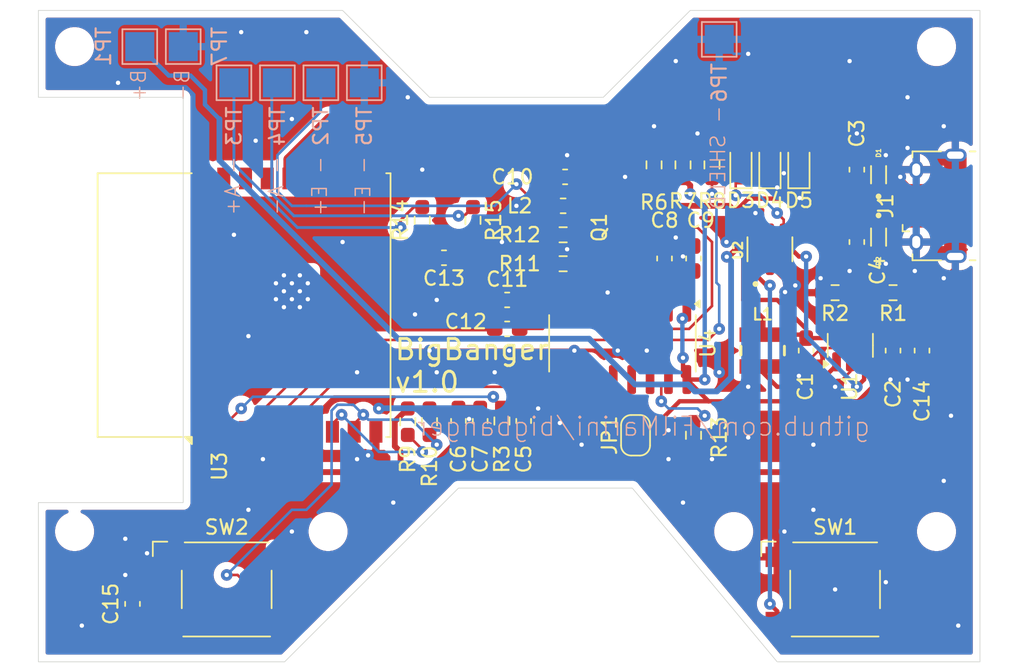
<source format=kicad_pcb>
(kicad_pcb (version 20240108) (generator "pcbnew") (generator_version "8.0")
  (layers (0 "F.Cu" signal) (31 "B.Cu" signal) (34 "B.Paste" user) (35 "F.Paste" user) (36 "B.SilkS" user "B.Silkscreen") (37 "F.SilkS" user "F.Silkscreen") (38 "B.Mask" user) (39 "F.Mask" user) (44 "Edge.Cuts" user))
  (net 0 "")
  (net 1 "GND")
  (net 2 "/BATT3V")
  (net 3 "/3V3")
  (net 4 "/D+")
  (net 5 "/D-")
  (net 6 "Net-(U3-EN)")
  (net 7 "Net-(U4-VBG)")
  (net 8 "/AVDD")
  (net 9 "/HXA+")
  (net 10 "/HXA-")
  (net 11 "Net-(D3-A)")
  (net 12 "/A3V3EN")
  (net 13 "Net-(D4-A)")
  (net 14 "Net-(D5-A)")
  (net 17 "Net-(JP1-A)")
  (net 18 "Net-(U1-SW)")
  (net 19 "Net-(U4-AVDD)")
  (net 20 "Net-(U4-BASE)")
  (net 21 "Net-(U1-V_{FB})")
  (net 22 "unconnected-(U3-IO21{slash}TXD-Pad12)")
  (net 23 "unconnected-(U3-IO20{slash}RXD-Pad11)")
  (net 24 "/GPIO4")
  (net 25 "/GPIO8")
  (net 26 "/GPIO9")
  (net 27 "Net-(U4-VFB)")
  (net 28 "/A+")
  (net 29 "/A-")
  (net 30 "/SWOUT")
  (net 31 "/GPIO3")
  (net 32 "/3V3EN")
  (net 37 "/HXSCLK")
  (net 39 "/HXSDATA")
  (footprint "Resistor_SMD:R_0603_1608Metric_Pad0.98x0.95mm_HandSolder" (layer "F.Cu") (at 109 69.5 180)
    (property "Reference" "R1")
    (property "Value" "976k")
  )
  (footprint "Capacitor_SMD:C_0603_1608Metric_Pad1.08x0.95mm_HandSolder" (layer "F.Cu") (at 103 73.5 -90)
    (property "Reference" "C1")
    (property "Value" "4u7")
  )
  (footprint "Resistor_SMD:R_0603_1608Metric_Pad0.98x0.95mm_HandSolder" (layer "F.Cu") (at 80 64.5 -90)
    (property "Reference" "R15")
    (property "Value" "100")
  )
  (footprint "RF_Module:ESP32-C3-WROOM-02" (layer "F.Cu") (at 67.3 70.36 90)
    (property "Reference" "U3")
    (property "Value" "ESP32-C3-WROOM-02")
  )
  (footprint "Resistor_SMD:R_0603_1608Metric_Pad0.98x0.95mm_HandSolder" (layer "F.Cu") (at 105 69.5 180)
    (property "Reference" "R2")
    (property "Value" "562k")
  )
  (footprint "mod:TVS_LESD5D5.0CT1G" (layer "F.Cu") (at 108 65.66 -90)
    (property "Reference" "D2")
    (property "Value" "LESD5D5.0CT1G")
  )
  (footprint "Capacitor_SMD:C_0603_1608Metric_Pad1.08x0.95mm_HandSolder" (layer "F.Cu") (at 78 67.0875 180)
    (property "Reference" "C13")
    (property "Value" "100n")
  )
  (footprint "Capacitor_SMD:C_0603_1608Metric_Pad1.08x0.95mm_HandSolder" (layer "F.Cu") (at 86.3625 61.5)
    (property "Reference" "C10")
    (property "Value" "100n")
  )
  (footprint "Capacitor_SMD:C_0603_1608Metric_Pad1.08x0.95mm_HandSolder" (layer "F.Cu") (at 111 73.5 90)
    (property "Reference" "C14")
    (property "Value" "100n")
  )
  (footprint "Capacitor_SMD:C_0603_1608Metric_Pad1.08x0.95mm_HandSolder" (layer "F.Cu") (at 82.3625 72)
    (property "Reference" "C12")
    (property "Value" "22p")
  )
  (footprint "mod:WE-TPC_2813" (layer "F.Cu") (at 100 73.5)
    (property "Reference" "L1")
    (property "Value" "WE-TPC_2813")
  )
  (footprint "Resistor_SMD:R_0603_1608Metric_Pad0.98x0.95mm_HandSolder" (layer "F.Cu") (at 75.5 78.4125 -90)
    (property "Reference" "R9")
    (property "Value" "10k")
  )
  (footprint "Resistor_SMD:R_0603_1608Metric_Pad0.98x0.95mm_HandSolder" (layer "F.Cu") (at 96.5 60.67 90)
    (property "Reference" "R8")
    (property "Value" "4k7")
  )
  (footprint "Inductor_SMD:L_0603_1608Metric_Pad1.05x0.95mm_HandSolder" (layer "F.Cu") (at 86.225 63.5)
    (property "Reference" "L2")
    (property "Value" "3u3")
  )
  (footprint "Resistor_SMD:R_0603_1608Metric_Pad0.98x0.95mm_HandSolder" (layer "F.Cu") (at 95.225 79.35 -90)
    (property "Reference" "R13")
    (property "Value" "10k")
  )
  (footprint "Capacitor_SMD:C_0603_1608Metric_Pad1.08x0.95mm_HandSolder" (layer "F.Cu") (at 82.3625 70)
    (property "Reference" "C11")
    (property "Value" "22p")
  )
  (footprint "Resistor_SMD:R_0603_1608Metric_Pad0.98x0.95mm_HandSolder" (layer "F.Cu") (at 92.5 60.67 90)
    (property "Reference" "R6")
    (property "Value" "4k7")
  )
  (footprint "MountingHole:MountingHole_2.2mm_M2" (layer "F.Cu") (at 52.5 86)
    (property "Reference" "H2" (hide yes))
    (property "Value" "MountingHole")
  )
  (footprint "Package_SO:SOP-16_3.9x9.9mm_P1.27mm" (layer "F.Cu") (at 90.32 73 -90)
    (property "Reference" "U4")
    (property "Value" "HX711")
  )
  (footprint "Capacitor_SMD:C_0603_1608Metric_Pad1.08x0.95mm_HandSolder" (layer "F.Cu") (at 79 78.3625 -90)
    (property "Reference" "C6")
    (property "Value" "100n")
  )
  (footprint "Resistor_SMD:R_0603_1608Metric_Pad0.98x0.95mm_HandSolder" (layer "F.Cu") (at 82 78.3625 90)
    (property "Reference" "R3")
    (property "Value" "10k")
  )
  (footprint "MountingHole:MountingHole_2.2mm_M2" (layer "F.Cu") (at 98 86)
    (property "Reference" "H5" (hide yes))
    (property "Value" "MountingHole")
  )
  (footprint "Connector_USB:USB_Micro-B_Amphenol_10118194-0001LF_Horizontal" (layer "F.Cu") (at 112 63.5 90)
    (property "Reference" "J1")
    (property "Value" "USB_B_Micro")
  )
  (footprint "Resistor_SMD:R_0603_1608Metric_Pad0.98x0.95mm_HandSolder" (layer "F.Cu") (at 76.5 64.5 -90)
    (property "Reference" "R14")
    (property "Value" "100")
  )
  (footprint "Button_Switch_SMD:SW_SPST_Omron_B3FS-101xP" (layer "F.Cu") (at 63 90)
    (property "Reference" "SW2")
    (property "Value" "SW_Omron_B3FS")
  )
  (footprint "LED_SMD:LED_0603_1608Metric_Pad1.05x0.95mm_HandSolder" (layer "F.Cu") (at 100.5 60.625 90)
    (property "Reference" "D4")
    (property "Value" "LED")
  )
  (footprint "Capacitor_SMD:C_0603_1608Metric_Pad1.08x0.95mm_HandSolder" (layer "F.Cu") (at 109 73.5 90)
    (property "Reference" "C2")
    (property "Value" "10u")
  )
  (footprint "Capacitor_SMD:C_0603_1608Metric_Pad1.08x0.95mm_HandSolder" (layer "F.Cu") (at 93.225 67.1375 90)
    (property "Reference" "C8")
    (property "Value" "100n")
  )
  (footprint "Capacitor_SMD:C_0603_1608Metric_Pad1.08x0.95mm_HandSolder" (layer "F.Cu") (at 106.5 66 -90)
    (property "Reference" "C4")
    (property "Value" "22p")
  )
  (footprint "Resistor_SMD:R_0603_1608Metric_Pad0.98x0.95mm_HandSolder" (layer "F.Cu") (at 94.5 60.67 90)
    (property "Reference" "R7")
    (property "Value" "4k7")
  )
  (footprint "Capacitor_SMD:C_0603_1608Metric_Pad1.08x0.95mm_HandSolder" (layer "F.Cu") (at 56.5 91 -90)
    (property "Reference" "C15")
    (property "Value" "100n")
  )
  (footprint "Capacitor_SMD:C_0603_1608Metric_Pad1.08x0.95mm_HandSolder" (layer "F.Cu") (at 106.5 61 90)
    (property "Reference" "C3")
    (property "Value" "22p")
  )
  (footprint "Resistor_SMD:R_0603_1608Metric_Pad0.98x0.95mm_HandSolder" (layer "F.Cu") (at 77 78.4125 -90)
    (property "Reference" "R10")
    (property "Value" "10k")
  )
  (footprint "MountingHole:MountingHole_2.2mm_M2" (layer "F.Cu") (at 70 86)
    (property "Reference" "H6" (hide yes))
    (property "Value" "MountingHole")
  )
  (footprint "Resistor_SMD:R_0603_1608Metric_Pad0.98x0.95mm_HandSolder" (layer "F.Cu") (at 86.225 65.5 180)
    (property "Reference" "R12")
    (property "Value" "20k")
  )
  (footprint "Capacitor_SMD:C_0603_1608Metric_Pad1.08x0.95mm_HandSolder" (layer "F.Cu") (at 80.5 78.3625 -90)
    (property "Reference" "C7")
    (property "Value" "10u")
  )
  (footprint "MountingHole:MountingHole_2.2mm_M2" (layer "F.Cu") (at 52.5 52.5)
    (property "Reference" "H3" (hide yes))
    (property "Value" "MountingHole")
  )
  (footprint "Capacitor_SMD:C_0603_1608Metric_Pad1.08x0.95mm_HandSolder" (layer "F.Cu") (at 83.5 78.3625 -90)
    (property "Reference" "C5")
    (property "Value" "1u")
  )
  (footprint "MountingHole:MountingHole_2.2mm_M2" (layer "F.Cu") (at 112 86)
    (property "Reference" "H1" (hide yes))
    (property "Value" "MountingHole")
  )
  (footprint "Resistor_SMD:R_0603_1608Metric_Pad0.98x0.95mm_HandSolder" (layer "F.Cu") (at 86.225 67.5)
    (property "Reference" "R11")
    (property "Value" "8k2")
  )
  (footprint "mod:TVS_LESD5D5.0CT1G" (layer "F.Cu") (at 108 61.35 90)
    (property "Reference" "D1")
    (property "Value" "LESD5D5.0CT1G")
  )
  (footprint "Capacitor_SMD:C_0603_1608Metric_Pad1.08x0.95mm_HandSolder" (layer "F.Cu") (at 95.225 67.1375 90)
    (property "Reference" "C9")
    (property "Value" "10u")
  )
  (footprint "Button_Switch_SMD:SW_SPST_Omron_B3FS-101xP" (layer "F.Cu") (at 105 90)
    (property "Reference" "SW1")
    (property "Value" "SW_Omron_B3FS")
  )
  (footprint "LED_SMD:LED_0603_1608Metric_Pad1.05x0.95mm_HandSolder" (layer "F.Cu") (at 98.5 60.625 90)
    (property "Reference" "D3")
    (property "Value" "LED")
  )
  (footprint "Package_TO_SOT_SMD:SOT-23-6" (layer "F.Cu") (at 106.05 73.1375 90)
    (property "Reference" "U1")
    (property "Value" "MCP1640Bx-xCHY")
  )
  (footprint "MountingHole:MountingHole_2.2mm_M2" (layer "F.Cu") (at 112 52.5)
    (property "Reference" "H4" (hide yes))
    (property "Value" "MountingHole")
  )
  (footprint "LED_SMD:LED_0603_1608Metric_Pad1.05x0.95mm_HandSolder" (layer "F.Cu") (at 102.5 60.625 90)
    (property "Reference" "D5")
    (property "Value" "LED")
  )
  (footprint "Jumper:SolderJumper-2_P1.3mm_Open_RoundedPad1.0x1.5mm" (layer "F.Cu") (at 91.225 79.35 90)
    (property "Reference" "JP1")
    (property "Value" "Jumper_2_Bridged")
  )
  (footprint "mod:SOT95P275X110-6N" (layer "F.Cu") (at 100.5 66.5 90)
    (property "Reference" "U2")
    (property "Value" "MAX16054AZT_T")
  )
  (footprint "mod:SOT23-BEC" (layer "F.Cu") (at 90.225 67 90)
    (property "Reference" "Q1")
    (property "Value" "MMBT4403_")
  )
  (footprint "TestPoint:TestPoint_Pad_2.0x2.0mm" (layer "B.Cu") (at 97 52 -90)
    (property "Reference" "TP6")
    (property "Value" "SHIELD")
  )
  (footprint "TestPoint:TestPoint_Pad_2.0x2.0mm" (layer "B.Cu") (at 69.5 55 -90)
    (property "Reference" "TP2")
    (property "Value" "TestPoint")
  )
  (footprint "TestPoint:TestPoint_Pad_2.0x2.0mm" (layer "B.Cu") (at 66.5 55 -90)
    (property "Reference" "TP4")
    (property "Value" "TestPoint")
  )
  (footprint "TestPoint:TestPoint_Pad_2.0x2.0mm" (layer "B.Cu") (at 57 52.5 180)
    (property "Reference" "TP1")
    (property "Value" "BATTIN_TP")
  )
  (footprint "TestPoint:TestPoint_Pad_2.0x2.0mm" (layer "B.Cu") (at 60 52.5 180)
    (property "Reference" "TP7")
    (property "Value" "BATTGND")
  )
  (footprint "TestPoint:TestPoint_Pad_2.0x2.0mm" (layer "B.Cu") (at 63.5 55 -90)
    (property "Reference" "TP3")
    (property "Value" "TestPoint")
  )
  (footprint "TestPoint:TestPoint_Pad_2.0x2.0mm" (layer "B.Cu") (at 72.5 55 -90)
    (property "Reference" "TP5")
    (property "Value" "TestPoint")
  )
  (gr_poly (pts (xy 50 50) (xy 50 56) (xy 60 56) (xy 60 84) (xy 50 84) (xy 50 95) (xy 67 95) (xy 79 83) (xy 91 83) (xy 101 95) (xy 115 95) (xy 115 50) (xy 95 50) (xy 89 56) (xy 77 56) (xy 71 50)) (stroke (width 0.05)) (fill none) (layer "Edge.Cuts"))
  (gr_text "- SHIELD" (at 97.5 56.5 90) (layer "B.SilkS") (effects (font (size 1 1) (thickness 0.1)) (justify left bottom mirror)))
  (gr_text "- A+" (at 64 60 90) (layer "B.SilkS") (effects (font (size 1 1) (thickness 0.1)) (justify left bottom mirror)))
  (gr_text "- A-" (at 67 60 90) (layer "B.SilkS") (effects (font (size 1 1) (thickness 0.1)) (justify left bottom mirror)))
  (gr_text "- E-" (at 73 60 90) (layer "B.SilkS") (effects (font (size 1 1) (thickness 0.1)) (justify left bottom mirror)))
  (gr_text "B+" (at 57.5 54 90) (layer "B.SilkS") (effects (font (size 1 1) (thickness 0.1)) (justify left bottom mirror)))
  (gr_text "github.com/FilMarini/bigbanger" (at 107.5 79.5 0) (layer "B.SilkS") (effects (font (size 1.3 1.3) (thickness 0.1)) (justify left bottom mirror)))
  (gr_text "B-" (at 60.5 54 90) (layer "B.SilkS") (effects (font (size 1 1) (thickness 0.1)) (justify left bottom mirror)))
  (gr_text "- E+" (at 70 60 90) (layer "B.SilkS") (effects (font (size 1 1) (thickness 0.1)) (justify left bottom mirror)))
  (gr_text "BigBanger\nv1.0" (at 74.5 76.5 0) (layer "F.SilkS") (effects (font (size 1.4 1.4) (thickness 0.2) (bold yes)) (justify left bottom)))
  (segment (start 73.3 79.11) (end 73.3 80.2) (width 0.18) (layer "F.Cu") (net 1))
  (segment (start 85.5 61) (end 86.5 60) (width 0.18) (layer "F.Cu") (net 1))
  (segment (start 104.0875 69.5) (end 104.0875 68.5875) (width 0.18) (layer "F.Cu") (net 1))
  (segment (start 106.05 73.612501) (end 105.759999 73.3225) (width 0.18) (layer "F.Cu") (net 1))
  (segment (start 110.6 60.1) (end 110 59.5) (width 0.18) (layer "F.Cu") (net 1))
  (segment (start 80.5 77.5) (end 80.456344 77.5) (width 0.18) (layer "F.Cu") (net 1))
  (segment (start 93.415 66.275) (end 94 65.69) (width 0.18) (layer "F.Cu") (net 1))
  (segment (start 106.5 60.1375) (end 106.5 58.5) (width 0.18) (layer "F.Cu") (net 1))
  (segment (start 87.1375 67.5) (end 87.1375 67.1375) (width 0.18) (layer "F.Cu") (net 1))
  (segment (start 85.5 61.5) (end 85.5 61) (width 0.18) (layer "F.Cu") (net 1))
  (segment (start 108 60.5) (end 108.5 60) (width 0.18) (layer "F.Cu") (net 1))
  (segment (start 100.5 61.5) (end 101.208597 61.5) (width 0.18) (layer "F.Cu") (net 1))
  (segment (start 111 74.5) (end 110 75.5) (width 0.18) (layer "F.Cu") (net 1))
  (segment (start 56.5 90.1375) (end 56.5 89.5) (width 0.18) (layer "F.Cu") (net 1))
  (segment (start 108 67) (end 108.5 67.5) (width 0.18) (layer "F.Cu") (net 1))
  (segment (start 110.6 61) (end 110.6 60.1) (width 0.18) (layer "F.Cu") (net 1))
  (segment (start 110.6 62.2) (end 113 62.2) (width 0.18) (layer "F.Cu") (net 1))
  (segment (start 101.208597 61.5) (end 101.461738 61.246859) (width 0.18) (layer "F.Cu") (net 1))
  (segment (start 95.21863 66.275) (end 94.497588 66.996042) (width 0.18) (layer "F.Cu") (net 1))
  (segment (start 79 77.5) (end 79.00794 77.5) (width 0.18) (layer "F.Cu") (net 1))
  (segment (start 95.225 80.2625) (end 95.7625 80.2625) (width 0.18) (layer "F.Cu") (net 1))
  (segment (start 57.75 87.75) (end 57.5 87.5) (width 0.18) (layer "F.Cu") (net 1))
  (segment (start 109 74.3625) (end 109 75.32) (width 0.18) (layer "F.Cu") (net 1))
  (segment (start 92.225 74.500001) (end 91.224999 73.5) (width 0.18) (layer "F.Cu") (net 1))
  (segment (start 113.3 60.475) (end 113.3 66.525) (width 0.18) (layer "F.Cu") (net 1))
  (segment (start 91.224999 73.5) (end 90 73.5) (width 0.18) (layer "F.Cu") (net 1))
  (segment (start 102.5 61.5) (end 102.5 62.911054) (width 0.18) (layer "F.Cu") (net 1))
  (segment (start 113.3 66.525) (end 114.075 66.525) (width 0.18) (layer "F.Cu") (net 1))
  (segment (start 106.05 74.05) (end 106.05 74.5) (width 0.3) (layer "F.Cu") (net 1))
  (segment (start 67 87.75) (end 67 86.5) (width 0.18) (layer "F.Cu") (net 1))
  (segment (start 95.7625 80.2625) (end 96.5 81) (width 0.18) (layer "F.Cu") (net 1))
  (segment (start 108 66.32) (end 108 67) (width 0.18) (layer "F.Cu") (net 1))
  (segment (start 108 60.69) (end 108 60.5) (width 0.18) (layer "F.Cu") (net 1))
  (segment (start 103 74.75) (end 102.5 75.25) (width 0.18) (layer "F.Cu") (net 1))
  (segment (start 100.5 61.5) (end 100.5 61.73) (width 0.18) (layer "F.Cu") (net 1))
  (segment (start 106.05 74.95) (end 105 76) (width 0.18) (layer "F.Cu") (net 1))
  (segment (start 106.5 67.5) (end 106 68) (width 0.18) (layer "F.Cu") (net 1))
  (segment (start 102.5 62.911054) (end 102.544473 62.955527) (width 0.18) (layer "F.Cu") (net 1))
  (segment (start 56.5 89.5) (end 56 89) (width 0.18) (layer "F.Cu") (net 1))
  (segment (start 87.1375 67.1375) (end 86.5 66.5) (width 0.18) (layer "F.Cu") (net 1))
  (segment (start 101 87.75) (end 109 87.75) (width 0.18) (layer "F.Cu") (net 1))
  (segment (start 105.759999 73.3225) (end 104.04 73.3225) (width 0.18) (layer "F.Cu") (net 1))
  (segment (start 109 87.75) (end 109 89) (width 0.18) (layer "F.Cu") (net 1))
  (segment (start 92.225 75.5) (end 92.225 74.500001) (width 0.18) (layer "F.Cu") (net 1))
  (segment (start 59 87.75) (end 57.75 87.75) (width 0.18) (layer "F.Cu") (net 1))
  (segment (start 80.456344 77.5) (end 79.732142 78.224202) (width 0.18) (layer "F.Cu") (net 1))
  (segment (start 113.3 67) (end 113.3 67.7) (width 0.18) (layer "F.Cu") (net 1))
  (segment (start 100.5 67.66) (end 101.544473 68.704473) (width 0.18) (layer "F.Cu") (net 1))
  (segment (start 103 74.3625) (end 103 74.75) (width 0.18) (layer "F.Cu") (net 1))
  (segment (start 113 62.2) (end 113.3 62.5) (width 0.18) (layer "F.Cu") (net 1))
  (segment (start 79.00794 77.5) (end 79.732142 78.224202) (width 0.18) (layer "F.Cu") (net 1))
  (segment (start 113.3 67.7) (end 112.5 68.5) (width 0.18) (layer "F.Cu") (net 1))
  (segment (start 101.45 68.2) (end 102.25 69) (width 0.18) (layer "F.Cu") (net 1))
  (segment (start 104.0875 68.5875) (end 104 68.5) (width 0.18) (layer "F.Cu") (net 1))
  (segment (start 73.3 80.2) (end 72.763071 80.736929) (width 0.18) (layer "F.Cu") (net 1))
  (segment (start 101 87.75) (end 101 86.5) (width 0.18) (layer "F.Cu") (net 1))
  (segment (start 89.685 69.874012) (end 89.297094 69.486106) (width 0.18) (layer "F.Cu") (net 1))
  (segment (start 110.6 62.2) (end 110.2 62.2) (width 0.18) (layer "F.Cu") (net 1))
  (segment (start 111 74.3625) (end 111 74.5) (width 0.18) (layer "F.Cu") (net 1))
  (segment (start 110.6 67.9) (end 110.5 68) (width 0.18) (layer "F.Cu") (net 1))
  (segment (start 110.6 66) (end 110.6 67.9) (width 0.18) (layer "F.Cu") (net 1))
  (segment (start 100.5 61.73) (end 101 62.23) (width 0.18) (layer "F.Cu") (net 1))
  (segment (start 93.225 66.275) (end 93.415 66.275) (width 0.18) (layer "F.Cu") (net 1))
  (segment (start 106.05 74.5) (end 106.05 74.95) (width 0.18) (layer "F.Cu") (net 1))
  (segment (start 95.225 66.275) (end 95.21863 66.275) (width 0.18) (layer "F.Cu") (net 1))
  (segment (start 101.45 67.66) (end 101.45 68.2) (width 0.18) (layer "F.Cu") (net 1))
  (segment (start 106.05 74.275) (end 106.05 73.612501) (width 0.18) (layer "F.Cu") (net 1))
  (segment (start 67 86.5) (end 67.5 86) (width 0.18) (layer "F.Cu") (net 1))
  (segment (start 109 75.32) (end 108.82 75.5) (width 0.18) (layer "F.Cu") (net 1))
  (segment (start 106.5 66.8625) (end 106.5 67.5) (width 0.18) (layer "F.Cu") (net 1))
  (segment (start 89.685 70.5) (end 89.685 69.874012) (width 0.18) (layer "F.Cu") (net 1))
  (segment (start 113.3 58.8) (end 112.5 58) (width 0.18) (layer "F.Cu") (net 1))
  (segment (start 113.3 60) (end 113.3 58.8) (width 0.18) (layer "F.Cu") (net 1))
  (segment (start 101.544473 68.704473) (end 101.544473 69.455527) (width 0.18) (layer "F.Cu") (net 1))
  (segment (start 104.04 73.3225) (end 103 74.3625) (width 0.18) (layer "F.Cu") (net 1))
  (segment (start 101 86.5) (end 101.5 86) (width 0.18) (layer "F.Cu") (net 1))
  (segment (start 109 89) (end 108.5 89.5) (width 0.18) (layer "F.Cu") (net 1))
  (segment (start 100.5 61.5) (end 100.108676 61.5) (width 0.18) (layer "F.Cu") (net 1))
  (segment (start 83.5 77.5) (end 84.5 77.5) (width 0.18) (layer "F.Cu") (net 1))
  (segment (start 110.2 62.2) (end 109.5 61.5) (width 0.18) (layer "F.Cu") (net 1))
  (via (at 101.461738 61.246859) (size 0.8) (drill 0.3) (layers "F.Cu" "B.Cu") (net 1))
  (via (at 86 78.5) (size 0.8) (drill 0.3) (layers "F.Cu" "B.Cu") (net 1))
  (via (at 113 78) (size 0.8) (drill 0.3) (layers "F.Cu" "B.Cu") (net 1))
  (via (at 110.5 68) (size 0.8) (drill 0.3) (layers "F.Cu" "B.Cu") (net 1))
  (via (at 87.5 80) (size 0.8) (drill 0.3) (layers "F.Cu" "B.Cu") (net 1))
  (via (at 95.5 58.5) (size 0.8) (drill 0.3) (layers "F.Cu" "B.Cu") (net 1))
  (via (at 104 68.5) (size 0.8) (drill 0.3) (layers "F.Cu" "B.Cu") (net 1))
  (via (at 92.5 58) (size 0.8) (drill 0.3) (layers "F.Cu" "B.Cu") (net 1))
  (via (at 112.5 68.5) (size 0.8) (drill 0.3) (layers "F.Cu" "B.Cu") (net 1))
  (via (at 92 73.5) (size 0.8) (drill 0.3) (layers "F.Cu" "B.Cu") (net 1))
  (via (at 97 75) (size 0.8) (drill 0.3) (layers "F.Cu" "B.Cu") (net 1))
  (via (at 63.5 65.5) (size 0.8) (drill 0.3) (layers "F.Cu" "B.Cu") (net 1))
  (via (at 94 53.5) (size 0.8) (drill 0.3) (layers "F.Cu" "B.Cu") (net 1))
  (via (at 94.497588 66.996042) (size 0.8) (drill 0.3) (layers "F.Cu" "B.Cu") (net 1))
  (via (at 109.5 61.5) (size 0.8) (drill 0.3) (layers "F.Cu" "B.Cu") (net 1))
  (via (at 77.5 75) (size 0.8) (drill 0.3) (layers "F.Cu" "B.Cu") (net 1))
  (via (at 86.5 60) (size 0.8) (drill 0.3) (layers "F.Cu" "B.Cu") (net 1))
  (via (at 79.732142 78.224202) (size 0.8) (drill 0.3) (layers "F.Cu" "B.Cu") (net 1))
  (via (at 101 62.23) (size 0.8) (drill 0.3) (layers "F.Cu" "B.Cu") (net 1))
  (via (at 89.297094 69.486106) (size 0.8) (drill 0.3) (layers "F.Cu" "B.Cu") (net 1))
  (via (at 90 73.5) (size 0.8) (drill 0.3) (layers "F.Cu" "B.Cu") (net 1))
  (via (at 93.5 79) (size 0.8) (drill 0.3) (layers "F.Cu" "B.Cu") (net 1))
  (via (at 103.5 84.5) (size 0.8) (drill 0.3) (layers "F.Cu" "B.Cu") (net 1))
  (via (at 106 68) (size 0.8) (drill 0.3) (layers "F.Cu" "B.Cu") (net 1))
  (via (at 74.5 84) (size 0.8) (drill 0.3) (layers "F.Cu" "B.Cu") (net 1))
  (via (at 77.5 70) (size 0.8) (drill 0.3) (layers "F.Cu" "B.Cu") (net 1))
  (via (at 77 73.5) (size 0.8) (drill 0.3) (layers "F.Cu" "B.Cu") (net 1))
  (via (at 106.5 58.5) (size 0.8) (drill 0.3) (layers "F.Cu" "B.Cu") (net 1))
  (via (at 110 75.5) (size 0.8) (drill 0.3) (layers "F.Cu" "B.Cu") (net 1))
  (via (at 67.5 57.5) (size 0.8) (drill 0.3) (layers "F.Cu" "B.Cu") (net 1))
  (via (at 55.5 55) (size 0.8) (drill 0.3) (layers "F.Cu" "B.Cu") (net 1))
  (via (at 57.5 87.5) (size 0.8) (drill 0.3) (layers "F.Cu" "B.Cu") (net 1))
  (via (at 90.5 61.5) (size 0.8) (drill 0.3) (layers "F.Cu" "B.Cu") (net 1))
  (via (at 110 59.5) (size 0.8) (drill 0.3) (layers "F.Cu" "B.Cu") (net 1))
  (via (at 84.5 77.5) (size 0.8) (drill 0.3) (layers "F.Cu" "B.Cu") (net 1))
  (via (at 106 53.5) (size 0.8) (drill 0.3) (layers "F.Cu" "B.Cu") (net 1))
  (via (at 56 86.5) (size 0.8) (drill 0.3) (layers "F.Cu" "B.Cu") (net 1))
  (via (at 99.5 64) (size 0.8) (drill 0.3) (layers "F.Cu" "B.Cu") (net 1))
  (via (at 82 66) (size 0.8) (drill 0.3) (layers "F.Cu" "B.Cu") (net 1))
  (via (at 113.5 92.5) (size 0.8) (drill 0.3) (layers "F.Cu" "B.Cu") (net 1))
  (via (at 71 66) (size 0.8) (drill 0.3) (layers "F.Cu" "B.Cu") (net 1))
  (via (at 108.5 67.5) (size 0.8) (drill 0.3) (layers "F.Cu" "B.Cu") (net 1))
  (via (at 101.544473 69.455527) (size 0.8) (drill 0.3) (layers "F.Cu" "B.Cu") (net 1))
  (via (at 102.544473 62.955527) (size 0.8) (drill 0.3) (layers "F.Cu" "B.Cu") (net 1))
  (via (at 83 63.5) (size 0.8) (drill 0.3) (layers "F.Cu" "B.Cu") (net 1))
  (via (at 72.763071 80.736929) (size 0.8) (drill 0.3) (layers "F.Cu" "B.Cu") (net 1))
  (via (at 81.5 75) (size 0.8) (drill 0.3) (layers "F.Cu" "B.Cu") (net 1))
  (via (at 105 76) (size 0.8) (drill 0.3) (layers "F.Cu" "B.Cu") (net 1))
  (via (at 67.5 86) (size 0.8) (drill 0.3) (layers "F.Cu" "B.Cu") (net 1))
  (via (at 64 51.5) (size 0.8) (drill 0.3) (layers "F.Cu" "B.Cu") (net 1))
  (via (at 102.5 75.25) (size 0.8) (drill 0.3) (layers "F.Cu" "B.Cu") (net 1))
  (via (at 99 53) (size 0.8) (drill 0.3) (layers "F.Cu" "B.Cu") (net 1))
  (via (at 76 71) (size 0.8) (drill 0.3) (layers "F.Cu" "B.Cu") (net 1))
  (via (at 73.5 77.5) (size 0.8) (drill 0.3) (layers "F.Cu" "B.Cu") (net 1))
  (via (at 93.5 81) (size 0.8) (drill 0.3) (layers "F.Cu" "B.Cu") (net 1))
  (via (at 97.5 66) (size 0.8) (drill 0.3) (layers "F.Cu" "B.Cu") (net 1))
  (via (at 53 92.5) (size 0.8) (drill 0.3) (layers "F.Cu" "B.Cu") (net 1))
  (via (at 101.5 86) (size 0.8) (drill 0.3) (layers "F.Cu" "B.Cu") (net 1))
  (via (at 108.5 89.5) (size 0.8) (drill 0.3) (layers "F.Cu" "B.Cu") (net 1))
  (via (at 99 76) (size 0.8) (drill 0.3) (layers "F.Cu" "B.Cu") (net 1))
  (via (at 64.5 72.5) (size 0.8) (drill 0.3) (layers "F.Cu" "B.Cu") (net 1))
  (via (at 64.5 84.5) (size 0.8) (drill 0.3) (layers "F.Cu" "B.Cu") (net 1))
  (via (at 112.5 58) (size 0.8) (drill 0.3) (layers "F.Cu" "B.Cu") (net 1))
  (via (at 76.5 61) (size 0.8) (drill 0.3) (layers "F.Cu" "B.Cu") (net 1))
  (via (at 112.5 82.5) (size 0.8) (drill 0.3) (layers "F.Cu" "B.Cu") (net 1))
  (via (at 108.5 60) (size 0.8) (drill 0.3) (layers "F.Cu" "B.Cu") (net 1))
  (via (at 87 73.5) (size 0.8) (drill 0.3) (layers "F.Cu" "B.Cu") (net 1))
  (via (at 72 81) (size 0.8) (drill 0.3) (layers "F.Cu" "B.Cu") (net 1))
  (via (at 105 90) (size 0.8) (drill 0.3) (layers "F.Cu" "B.Cu") (net 1))
  (via (at 82.5 73.5) (size 0.8) (drill 0.3) (layers "F.Cu" "B.Cu") (net 1))
  (via (at 96.5 81) (size 0.8) (drill 0.3) (layers "F.Cu" "B.Cu") (net 1))
  (via (at 103.5 80) (size 0.8) (drill 0.3) (layers "F.Cu" "B.Cu") (net 1))
  (via (at 110 56) (size 0.8) (drill 0.3) (layers "F.Cu" "B.Cu") (net 1))
  (via (at 65.5 81) (size 0.8) (drill 0.3) (layers "F.Cu" "B.Cu") (net 1))
  (via (at 99 79.5) (size 0.8) (drill 0.3) (layers "F.Cu" "B.Cu") (net 1))
  (via (at 94.5 84) (size 0.8) (drill 0.3) (layers "F.Cu" "B.Cu") (net 1))
  (via (at 75.5 56) (size 0.8) (drill 0.3) (layers "F.Cu" "B.Cu") (net 1))
  (via (at 86.5 66.5) (size 0.8) (drill 0.3) (layers "F.Cu" "B.Cu") (net 1))
  (via (at 72 75) (size 0.8) (drill 0.3) (layers "F.Cu" "B.Cu") (net 1))
  (via (at 56 89) (size 0.8) (drill 0.3) (layers "F.Cu" "B.Cu") (net 1))
  (via (at 102.25 69) (size 0.8) (drill 0.3) (layers "F.Cu" "B.Cu") (net 1))
  (via (at 108.82 75.5) (size 0.8) (drill 0.3) (layers "F.Cu" "B.Cu") (net 1))
  (via (at 94 65.69) (size 0.8) (drill 0.3) (layers "F.Cu" "B.Cu") (net 1))
  (via (at 68.5 51.5) (size 0.8) (drill 0.3) (layers "F.Cu" "B.Cu") (net 1))
  (via (at 65 59) (size 0.8) (drill 0.3) (layers "F.Cu" "B.Cu") (net 1))
  (segment (start 63 52.5) (end 64 51.5) (width 0.18) (layer "B.Cu") (net 1))
  (segment (start 72.5 55) (end 74.5 55) (width 0.4) (layer "B.Cu") (net 1))
  (segment (start 98 53) (end 99 53) (width 0.18) (layer "B.Cu") (net 1))
  (segment (start 97 52) (end 98 53) (width 0.18) (layer "B.Cu") (net 1))
  (segment (start 74.5 55) (end 75.5 56) (width 0.4) (layer "B.Cu") (net 1))
  (segment (start 60 52.5) (end 63 52.5) (width 0.18) (layer "B.Cu") (net 1))
  (segment (start 98.71 70) (end 98.71 66) (width 0.4) (layer "F.Cu") (net 2))
  (segment (start 99 63) (end 101.5 63) (width 0.3) (layer "F.Cu") (net 2))
  (segment (start 99.55 65.34) (end 98.89 66) (width 0.4) (layer "F.Cu") (net 2))
  (segment (start 104.945 66.445) (end 104.945 68) (width 0.3) (layer "F.Cu") (net 2))
  (segment (start 104.945 68) (end 104.945 72.07) (width 0.3) (layer "F.Cu") (net 2))
  (segment (start 104.6875 72.6375) (end 105.1 72.225) (width 0.3) (layer "F.Cu") (net 2))
  (segment (start 104.945 72.07) (end 105.1 72.225) (width 0.3) (layer "F.Cu") (net 2))
  (segment (start 103 72.6375) (end 103 72) (width 0.3) (layer "F.Cu") (net 2))
  (segment (start 103 72.6375) (end 104.6875 72.6375) (width 0.3) (layer "F.Cu") (net 2))
  (segment (start 100 72.4) (end 102.7625 72.4) (width 0.3) (layer "F.Cu") (net 2))
  (segment (start 92.5 62.5) (end 92.5 61.5825) (width 0.4) (layer "F.Cu") (net 2))
  (segment (start 101.5 63) (end 104.945 66.445) (width 0.3) (layer "F.Cu") (net 2))
  (segment (start 98.659656 66) (end 98.71 66) (width 0.4) (layer "F.Cu") (net 2))
  (segment (start 103 72) (end 101 70) (width 0.3) (layer "F.Cu") (net 2))
  (segment (start 100 71.29) (end 98.71 70) (width 0.4) (layer "F.Cu") (net 2))
  (segment (start 101 70) (end 98.71 70) (width 0.3) (layer "F.Cu") (net 2))
  (segment (start 97.52 67.020003) (end 97.639653 67.020003) (width 0.4) (layer "F.Cu") (net 2))
  (segment (start 93.5 63.5) (end 92.5 62.5) (width 0.4) (layer "F.Cu") (net 2))
  (segment (start 97.639653 67.020003) (end 98.659656 66) (width 0.4) (layer "F.Cu") (net 2))
  (segment (start 98.89 66) (end 98.71 66) (width 0.4) (layer "F.Cu") (net 2))
  (segment (start 97.71 63.5) (end 93.5 63.5) (width 0.4) (layer "F.Cu") (net 2))
  (segment (start 102.7625 72.4) (end 103 72.6375) (width 0.3) (layer "F.Cu") (net 2))
  (segment (start 99.55 65.34) (end 97.71 63.5) (width 0.4) (layer "F.Cu") (net 2))
  (segment (start 100 72.4) (end 100 71.29) (width 0.4) (layer "F.Cu") (net 2))
  (segment (start 98.15 63.85) (end 99 63) (width 0.3) (layer "F.Cu") (net 2))
  (via (at 97.52 67.020003) (size 0.8) (drill 0.3) (layers "F.Cu" "B.Cu") (net 2))
  (segment (start 74.827378 72.68) (end 88.020344 72.68) (width 0.4) (layer "B.Cu") (net 2))
  (segment (start 62.5 57.510051) (end 62.5 60.352622) (width 0.4) (layer "B.Cu") (net 2))
  (segment (start 57 52.5) (end 59 54.5) (width 0.3) (layer "B.Cu") (net 2))
  (segment (start 60.5 54.5) (end 61.5 55.5) (width 0.3) (layer "B.Cu") (net 2))
  (segment (start 94.839656 75.839656) (end 95.32 76.32) (width 0.4) (layer "B.Cu") (net 2))
  (segment (start 96.839656 76.32) (end 97.82 75.339656) (width 0.4) (layer "B.Cu") (net 2))
  (segment (start 95.32 76.32) (end 96.839656 76.32) (width 0.4) (layer "B.Cu") (net 2))
  (segment (start 59 54.5) (end 60.5 54.5) (width 0.3) (layer "B.Cu") (net 2))
  (segment (start 97.82 67.320003) (end 97.52 67.020003) (width 0.4) (layer "B.Cu") (net 2))
  (segment (start 97.82 75.339656) (end 97.82 67.320003) (width 0.4) (layer "B.Cu") (net 2))
  (segment (start 88.020344 72.68) (end 91.18 75.839656) (width 0.4) (layer "B.Cu") (net 2))
  (segment (start 91.18 75.839656) (end 94.839656 75.839656) (width 0.4) (layer "B.Cu") (net 2))
  (segment (start 62.5 60.352622) (end 74.827378 72.68) (width 0.4) (layer "B.Cu") (net 2))
  (segment (start 62 57.010051) (end 62.5 57.510051) (width 0.3) (layer "B.Cu") (net 2))
  (segment (start 61.5 55.5) (end 61.5 56.5) (width 0.3) (layer "B.Cu") (net 2))
  (segment (start 61.5 56.5) (end 62 57) (width 0.3) (layer "B.Cu") (net 2))
  (segment (start 62 57) (end 62 57.010051) (width 0.3) (layer "B.Cu") (net 2))
  (segment (start 75 81.895) (end 63.545 81.895) (width 0.4) (layer "F.Cu") (net 3))
  (segment (start 91.225 78.7) (end 90.8 78.7) (width 0.3) (layer "F.Cu") (net 3))
  (segment (start 91.225 78.7) (end 92.564999 78.7) (width 0.3) (layer "F.Cu") (net 3))
  (segment (start 106.05 72) (end 106.05 72.662499) (width 0.3) (layer "F.Cu") (net 3))
  (segment (start 108.17 73.4675) (end 109 72.6375) (width 0.3) (layer "F.Cu") (net 3))
  (segment (start 94.5 74) (end 94.5 75.235) (width 0.3) (layer "F.Cu") (net 3))
  (segment (start 108 81) (end 108 75.588945) (width 0.4) (layer "F.Cu") (net 3))
  (segment (start 92.564999 78.7) (end 94.264999 77) (width 0.3) (layer "F.Cu") (net 3))
  (segment (start 80.5 79.225) (end 81.95 79.225) (width 0.3) (layer "F.Cu") (net 3))
  (segment (start 81.95 79.225) (end 82 79.275) (width 0.3) (layer "F.Cu") (net 3))
  (segment (start 107.105 81.895) (end 108 81) (width 0.4) (layer "F.Cu") (net 3))
  (segment (start 108 73.872952) (end 108 74) (width 0.3) (layer "F.Cu") (net 3))
  (segment (start 75 81.895) (end 107.105 81.895) (width 0.4) (layer "F.Cu") (net 3))
  (segment (start 108.17 73.83) (end 108 74) (width 0.3) (layer "F.Cu") (net 3))
  (segment (start 74.605 78.395) (end 74.605 80.105) (width 0.4) (layer "F.Cu") (net 3))
  (segment (start 74.605 80.105) (end 75 80.5) (width 0.4) (layer "F.Cu") (net 3))
  (segment (start 79 79.659656) (end 76.764656 81.895) (width 0.4) (layer "F.Cu") (net 3))
  (segment (start 94.264999 77) (end 96.265 77) (width 0.3) (layer "F.Cu") (net 3))
  (segment (start 106.588945 77) (end 96.265 77) (width 0.3) (layer "F.Cu") (net 3))
  (segment (start 94.765 68.46) (end 95.225 68) (width 0.3) (layer "F.Cu") (net 3))
  (segment (start 108 75.588945) (end 108 74) (width 0.4) (layer "F.Cu") (net 3))
  (segment (start 75 80.5) (end 75 81.895) (width 0.4) (layer "F.Cu") (net 3))
  (segment (start 93.225 68) (end 95.225 68) (width 0.3) (layer "F.Cu") (net 3))
  (segment (start 109.9125 71.0875) (end 109.9125 69.5) (width 0.3) (layer "F.Cu") (net 3))
  (segment (start 91.325 66.1) (end 93.225 68) (width 0.3) (layer "F.Cu") (net 3))
  (segment (start 79 79.225) (end 79 79.659656) (width 0.4) (layer "F.Cu") (net 3))
  (segment (start 96.265 77) (end 94.765 75.5) (width 0.3) (layer "F.Cu") (net 3))
  (segment (start 61.5 79.31) (end 61.3 79.11) (width 0.3) (layer "F.Cu") (net 3))
  (segment (start 108 75.588945) (end 106.588945 77) (width 0.3) (layer "F.Cu") (net 3))
  (segment (start 106.05 72.662499) (end 106.420001 73.0325) (width 0.3) (layer "F.Cu") (net 3))
  (segment (start 95 62.68) (end 95 62.0825) (width 0.4) (layer "F.Cu") (net 3))
  (segment (start 108.17 73.4675) (end 108.17 73.83) (width 0.3) (layer "F.Cu") (net 3))
  (segment (start 110 69.5) (end 111 70.5) (width 0.3) (layer "F.Cu") (net 3))
  (segment (start 91.325 66.05) (end 91.325 66.1) (width 0.3) (layer "F.Cu") (net 3))
  (segment (start 109 72) (end 109.9125 71.0875) (width 0.3) (layer "F.Cu") (net 3))
  (segment (start 75.5 77.5) (end 74.605 78.395) (width 0.4) (layer "F.Cu") (net 3))
  (segment (start 94.5 75.235) (end 94.765 75.5) (width 0.3) (layer "F.Cu") (net 3))
  (segment (start 109 72.6375) (end 111 72.6375) (width 0.3) (layer "F.Cu") (net 3))
  (segment (start 107.159548 73.0325) (end 108 73.872952) (width 0.3) (layer "F.Cu") (net 3))
  (segment (start 77 77.5) (end 75.5 77.5) (width 0.3) (layer "F.Cu") (net 3))
  (segment (start 94.765 70.5) (end 94.765 68.46) (width 0.3) (layer "F.Cu") (net 3))
  (segment (start 63.545 81.895) (end 61.3 79.65) (width 0.4) (layer "F.Cu") (net 3))
  (segment (start 94.765 70.5) (end 94.765 70.982801) (width 0.3) (layer "F.Cu") (net 3))
  (segment (start 79 79.225) (end 80.5 79.225) (width 0.3) (layer "F.Cu") (net 3))
  (segment (start 106.420001 73.0325) (end 107.159548 73.0325) (width 0.3) (layer "F.Cu") (net 3))
  (segment (start 111 70.5) (end 111 72.6375) (width 0.3) (layer "F.Cu") (net 3))
  (segment (start 96 75.5) (end 94.765 75.5) (width 0.3) (layer "F.Cu") (net 3))
  (segment (start 109 72.6375) (end 109 72) (width 0.3) (layer "F.Cu") (net 3))
  (segment (start 94.765 70.982801) (end 94.457801 71.29) (width 0.3) (layer "F.Cu") (net 3))
  (segment (start 77 77.5) (end 77.275 77.5) (width 0.3) (layer "F.Cu") (net 3))
  (segment (start 109.9125 69.5) (end 110 69.5) (width 0.3) (layer "F.Cu") (net 3))
  (segment (start 61.3 79.65) (end 61.3 79.11) (width 0.4) (layer "F.Cu") (net 3))
  (segment (start 95 62.0825) (end 94.5 61.5825) (width 0.4) (layer "F.Cu") (net 3))
  (segment (start 76.764656 81.895) (end 75 81.895) (width 0.4) (layer "F.Cu") (net 3))
  (via (at 94.457801 71.29) (size 0.8) (drill 0.3) (layers "F.Cu" "B.Cu") (net 3))
  (via (at 96 75.5) (size 0.8) (drill 0.3) (layers "F.Cu" "B.Cu") (net 3))
  (via (at 95 62.68) (size 0.8) (drill 0.3) (layers "F.Cu" "B.Cu") (net 3))
  (via (at 94.5 74) (size 0.8) (drill 0.3) (layers "F.Cu" "B.Cu") (net 3))
  (segment (start 94.457801 71.29) (end 94.457801 73.957801) (width 0.3) (layer "B.Cu") (net 3))
  (segment (start 96 64.911054) (end 96 75.5) (width 0.3) (layer "B.Cu") (net 3))
  (segment (start 96 64.911054) (end 96 63.68) (width 0.4) (layer "B.Cu") (net 3))
  (segment (start 96 63.68) (end 95 62.68) (width 0.4) (layer "B.Cu") (net 3))
  (segment (start 94.457801 73.957801) (end 94.5 74) (width 0.3) (layer "B.Cu") (net 3))
  (segment (start 110.6 63.5) (end 109.5 63.5) (width 0.4) (layer "F.Cu") (net 4))
  (segment (start 70.089104 57.515) (end 67.3 60.304104) (width 0.77) (layer "F.Cu") (net 4))
  (segment (start 109.5 63.5) (end 109 63) (width 0.4) (layer "F.Cu") (net 4))
  (segment (start 108 62.01) (end 108 63) (width 0.77) (layer "F.Cu") (net 4))
  (segment (start 88.799106 57.515) (end 70.089104 57.515) (width 0.77) (layer "F.Cu") (net 4))
  (segment (start 67.3 60.304104) (end 67.3 61.61) (width 0.77) (layer "F.Cu") (net 4))
  (segment (start 106.5 63) (end 105.685894 63) (width 0.77) (layer "F.Cu") (net 4))
  (segment (start 104.985 56.799106) (end 103.193454 55.00756) (width 0.77) (layer "F.Cu") (net 4))
  (segment (start 105.685894 63) (end 104.985 62.299106) (width 0.77) (layer "F.Cu") (net 4))
  (segment (start 104.985 62.299106) (end 104.985 56.799106) (width 0.77) (layer "F.Cu") (net 4))
  (segment (start 108 63) (end 106.5 63) (width 0.77) (layer "F.Cu") (net 4))
  (segment (start 106.5 61.8625) (end 106.5 63) (width 0.77) (layer "F.Cu") (net 4))
  (segment (start 91.306546 55.00756) (end 88.799106 57.515) (width 0.77) (layer "F.Cu") (net 4))
  (segment (start 109 63) (end 108 63) (width 0.77) (layer "F.Cu") (net 4))
  (segment (start 103.193454 55.00756) (end 91.306546 55.00756) (width 0.77) (layer "F.Cu") (net 4))
  (segment (start 106.5 64) (end 105.314106 64) (width 0.77) (layer "F.Cu") (net 5))
  (segment (start 108.5 64) (end 108.65 64.15) (width 0.4) (layer "F.Cu") (net 5))
  (segment (start 70.490892 58.485) (end 68.842947 60.132945) (width 0.77) (layer "F.Cu") (net 5))
  (segment (start 108 65) (end 108 64) (width 0.77) (layer "F.Cu") (net 5))
  (segment (start 108 64) (end 106.5 64) (width 0.77) (layer "F.Cu") (net 5))
  (segment (start 110.6 64.15) (end 108.65 64.15) (width 0.4) (layer "F.Cu") (net 5))
  (segment (start 106.5 65.1375) (end 106.5 64) (width 0.77) (layer "F.Cu") (net 5))
  (segment (start 108.5 64) (end 108 64) (width 0.77) (layer "F.Cu") (net 5))
  (segment (start 105.314106 64) (end 104.015 62.700894) (width 0.77) (layer "F.Cu") (net 5))
  (segment (start 104.015 62.700894) (end 104.015 57.200894) (width 0.77) (layer "F.Cu") (net 5))
  (segment (start 104.015 57.200894) (end 102.791666 55.97756) (width 0.77) (layer "F.Cu") (net 5))
  (segment (start 91.708334 55.97756) (end 89.200894 58.485) (width 0.77) (layer "F.Cu") (net 5))
  (segment (start 89.200894 58.485) (end 70.490892 58.485) (width 0.77) (layer "F.Cu") (net 5))
  (segment (start 102.791666 55.97756) (end 91.708334 55.97756) (width 0.77) (layer "F.Cu") (net 5))
  (segment (start 68.842947 61.567053) (end 68.8 61.61) (width 0.77) (layer "F.Cu") (net 5))
  (segment (start 68.842947 60.132945) (end 68.842947 61.567053) (width 0.77) (layer "F.Cu") (net 5))
  (segment (start 62.8 78.7) (end 64 77.5) (width 0.18) (layer "F.Cu") (net 6))
  (segment (start 81.403938 76.853938) (end 82 77.45) (width 0.18) (layer "F.Cu") (net 6))
  (segment (start 81.403938 76.69) (end 81.403938 76.853938) (width 0.18) (layer "F.Cu") (net 6))
  (segment (start 82 77.725) (end 83.5 79.225) (width 0.18) (layer "F.Cu") (net 6))
  (segment (start 82 77.45) (end 82 77.725) (width 0.18) (layer "F.Cu") (net 6))
  (segment (start 62.8 79.11) (end 62.8 78.7) (width 0.18) (layer "F.Cu") (net 6))
  (segment (start 62.8 79.11) (end 62.8 79.284922) (width 0.18) (layer "F.Cu") (net 6))
  (via (at 81.403938 76.69) (size 0.8) (drill 0.3) (layers "F.Cu" "B.Cu") (net 6))
  (via (at 64 77.5) (size 0.8) (drill 0.3) (layers "F.Cu" "B.Cu") (net 6))
  (segment (start 64 77.5) (end 64.81 76.69) (width 0.18) (layer "B.Cu") (net 6))
  (segment (start 64.81 76.69) (end 81.403938 76.69) (width 0.18) (layer "B.Cu") (net 6))
  (segment (start 88.915001 72) (end 94.919694 72) (width 0.18) (layer "F.Cu") (net 7))
  (segment (start 88.415 70.5) (end 88.415 71.499999) (width 0.18) (layer "F.Cu") (net 7))
  (segment (start 89 64.5) (end 89 63.275) (width 0.18) (layer "F.Cu") (net 7))
  (segment (start 89.5 65) (end 89 64.5) (width 0.18) (layer "F.Cu") (net 7))
  (segment (start 96.5 70.419694) (end 96.5 66) (width 0.18) (layer "F.Cu") (net 7))
  (segment (start 96.5 66) (end 95.5 65) (width 0.18) (layer "F.Cu") (net 7))
  (segment (start 89 63.275) (end 87.225 61.5) (width 0.18) (layer "F.Cu") (net 7))
  (segment (start 95.5 65) (end 89.5 65) (width 0.18) (layer "F.Cu") (net 7))
  (segment (start 94.919694 72) (end 96.5 70.419694) (width 0.18) (layer "F.Cu") (net 7))
  (segment (start 88.415 71.499999) (end 88.915001 72) (width 0.18) (layer "F.Cu") (net 7))
  (segment (start 87.735 69.235) (end 87.145 68.645) (width 0.18) (layer "F.Cu") (net 8))
  (segment (start 84.5 64.35) (end 85.35 63.5) (width 0.18) (layer "F.Cu") (net 8))
  (segment (start 87.48141 71.79) (end 87.735 71.53641) (width 0.18) (layer "F.Cu") (net 8))
  (segment (start 84.805 72) (end 85.015 71.79) (width 0.18) (layer "F.Cu") (net 8))
  (segment (start 87.735 71.53641) (end 87.735 69.235) (width 0.18) (layer "F.Cu") (net 8))
  (segment (start 85.196544 68.645) (end 84.5 67.948456) (width 0.18) (layer "F.Cu") (net 8))
  (segment (start 84.5 63.5) (end 85.35 63.5) (width 0.18) (layer "F.Cu") (net 8))
  (segment (start 87.145 68.645) (end 85.196544 68.645) (width 0.18) (layer "F.Cu") (net 8))
  (segment (start 83.225 70) (end 85.015 71.79) (width 0.18) (layer "F.Cu") (net 8))
  (segment (start 85.015 71.79) (end 87.48141 71.79) (width 0.18) (layer "F.Cu") (net 8))
  (segment (start 83.225 70) (end 83.225 72) (width 0.18) (layer "F.Cu") (net 8))
  (segment (start 83 62) (end 84.5 63.5) (width 0.18) (layer "F.Cu") (net 8))
  (segment (start 84.5 67.948456) (end 84.5 64.35) (width 0.18) (layer "F.Cu") (net 8))
  (segment (start 83.225 72) (end 84.805 72) (width 0.18) (layer "F.Cu") (net 8))
  (via (at 83 62) (size 0.8) (drill 0.3) (layers "F.Cu" "B.Cu") (net 8))
  (segment (start 66.5 62.5) (end 67 63) (width 0.18) (layer "B.Cu") (net 8))
  (segment (start 69.5 55) (end 69.5 57) (width 0.18) (layer "B.Cu") (net 8))
  (segment (start 67 63) (end 67.5 63.5) (width 0.18) (layer "B.Cu") (net 8))
  (segment (start 68.5 63.5) (end 81.5 63.5) (width 0.18) (layer "B.Cu") (net 8))
  (segment (start 66.5 60) (end 66.5 62.5) (width 0.18) (layer "B.Cu") (net 8))
  (segment (start 81.5 63.5) (end 83 62) (width 0.18) (layer "B.Cu") (net 8))
  (segment (start 67.5 63.5) (end 68.5 63.5) (width 0.18) (layer "B.Cu") (net 8))
  (segment (start 69.5 57) (end 66.5 60) (width 0.18) (layer "B.Cu") (net 8))
  (segment (start 83.2375 67.8625) (end 77.9125 67.8625) (width 0.2) (layer "F.Cu") (net 9))
  (segment (start 77.1375 67.0875) (end 77.1375 66.05) (width 0.2) (layer "F.Cu") (net 9))
  (segment (start 77.9125 67.8625) (end 77.1375 67.0875) (width 0.2) (layer "F.Cu") (net 9))
  (segment (start 77.1375 66.05) (end 76.5 65.4125) (width 0.2) (layer "F.Cu") (net 9))
  (segment (start 85.875 70.5) (end 83.2375 67.8625) (width 0.2) (layer "F.Cu") (net 9))
  (segment (start 86.215552 69.2) (end 85.2 69.2) (width 0.2) (layer "F.Cu") (net 10))
  (segment (start 86.5 69.855) (end 86.5 69.484448) (width 0.2) (layer "F.Cu") (net 10))
  (segment (start 78.8625 67.0875) (end 78.8625 66.55) (width 0.2) (layer "F.Cu") (net 10))
  (segment (start 83.0875 67.0875) (end 78.8625 67.0875) (width 0.2) (layer "F.Cu") (net 10))
  (segment (start 86.5 69.484448) (end 86.215552 69.2) (width 0.2) (layer "F.Cu") (net 10))
  (segment (start 78.8625 66.55) (end 80 65.4125) (width 0.2) (layer "F.Cu") (net 10))
  (segment (start 85.2 69.2) (end 83.0875 67.0875) (width 0.2) (layer "F.Cu") (net 10))
  (segment (start 87.145 70.5) (end 86.5 69.855) (width 0.2) (layer "F.Cu") (net 10))
  (segment (start 101.265 60.262578) (end 101.265 59.237422) (width 0.18) (layer "F.Cu") (net 11))
  (segment (start 92.5 59.7575) (end 94.6375 57.62) (width 0.18) (layer "F.Cu") (net 11))
  (segment (start 94.6375 57.62) (end 101.657402 57.62) (width 0.18) (layer "F.Cu") (net 11))
  (segment (start 101.657402 57.62) (end 103.265 59.227598) (width 0.18) (layer "F.Cu") (net 11))
  (segment (start 101.265 59.237422) (end 100.962578 58.935) (width 0.18) (layer "F.Cu") (net 11))
  (segment (start 103.265 60.262578) (end 102.962578 60.565) (width 0.18) (layer "F.Cu") (net 11))
  (segment (start 103.265 59.227598) (end 103.265 60.262578) (width 0.18) (layer "F.Cu") (net 11))
  (segment (start 100.962578 58.935) (end 99.315 58.935) (width 0.18) (layer "F.Cu") (net 11))
  (segment (start 101.567422 60.565) (end 101.265 60.262578) (width 0.18) (layer "F.Cu") (net 11))
  (segment (start 102.962578 60.565) (end 101.567422 60.565) (width 0.18) (layer "F.Cu") (net 11))
  (segment (start 99.315 58.935) (end 98.5 59.75) (width 0.18) (layer "F.Cu") (net 11))
  (segment (start 98.138399 61.861601) (end 98.5 61.5) (width 0.18) (layer "F.Cu") (net 12))
  (segment (start 101.45 64.45) (end 101 64) (width 0.18) (layer "F.Cu") (net 12))
  (segment (start 98.138399 62.772656) (end 98.138399 61.861601) (width 0.18) (layer "F.Cu") (net 12))
  (segment (start 101.495527 65.294473) (end 101.45 65.34) (width 0.18) (layer "F.Cu") (net 12))
  (segment (start 101.45 65.34) (end 101.45 64.45) (width 0.18) (layer "F.Cu") (net 12))
  (via (at 101 64) (size 0.8) (drill 0.3) (layers "F.Cu" "B.Cu") (net 12))
  (via (at 98.138399 62.772656) (size 0.8) (drill 0.3) (layers "F.Cu" "B.Cu") (net 12))
  (segment (start 99.772656 62.772656) (end 98.138399 62.772656) (width 0.18) (layer "B.Cu") (net 12))
  (segment (start 101 64) (end 99.772656 62.772656) (width 0.18) (layer "B.Cu") (net 12))
  (segment (start 94.5 59.7575) (end 95.3075 60.565) (width 0.18) (layer "F.Cu") (net 13))
  (segment (start 95.3075 60.565) (end 99.685 60.565) (width 0.18) (layer "F.Cu") (net 13))
  (segment (start 99.685 60.565) (end 100.5 59.75) (width 0.18) (layer "F.Cu") (net 13))
  (segment (start 102.5 59.75) (end 102.5 59) (width 0.18) (layer "F.Cu") (net 14))
  (segment (start 97.5 58) (end 96.5 59) (width 0.18) (layer "F.Cu") (net 14))
  (segment (start 96.5 59) (end 96.5 59.7575) (width 0.18) (layer "F.Cu") (net 14))
  (segment (start 101.5 58) (end 97.5 58) (width 0.18) (layer "F.Cu") (net 14))
  (segment (start 102.5 59) (end 101.5 58) (width 0.18) (layer "F.Cu") (net 14))
  (segment (start 95.5625 78.4375) (end 96 78) (width 0.18) (layer "F.Cu") (net 17))
  (segment (start 93.6625 80) (end 95.225 78.4375) (width 0.18) (layer "F.Cu") (net 17))
  (segment (start 91.225 80) (end 93.6625 80) (width 0.18) (layer "F.Cu") (net 17))
  (segment (start 93 75.995) (end 93.495 75.5) (width 0.18) (layer "F.Cu") (net 17))
  (segment (start 95.225 78.4375) (end 95.5625 78.4375) (width 0.18) (layer "F.Cu") (net 17))
  (segment (start 93 77) (end 93 75.995) (width 0.18) (layer "F.Cu") (net 17))
  (via (at 96 78) (size 0.8) (drill 0.3) (layers "F.Cu" "B.Cu") (net 17))
  (via (at 93 77) (size 0.8) (drill 0.3) (layers "F.Cu" "B.Cu") (net 17))
  (segment (start 95.5 77.5) (end 93.5 77.5) (width 0.18) (layer "B.Cu") (net 17))
  (segment (start 93.5 77.5) (end 93 77) (width 0.18) (layer "B.Cu") (net 17))
  (segment (start 96 78) (end 95.5 77.5) (width 0.18) (layer "B.Cu") (net 17))
  (segment (start 100 74.6) (end 100 75) (width 0.3) (layer "F.Cu") (net 18))
  (segment (start 100 75) (end 101 76) (width 0.3) (layer "F.Cu") (net 18))
  (segment (start 103.6 76) (end 105.1 74.5) (width 0.3) (layer "F.Cu") (net 18))
  (segment (start 101 76) (end 103.6 76) (width 0.3) (layer "F.Cu") (net 18))
  (segment (start 92.225 69.500001) (end 91.724999 69) (width 0.18) (layer "F.Cu") (net 19))
  (segment (start 90.5 69) (end 89.125 67.625) (width 0.18) (layer "F.Cu") (net 19))
  (segment (start 87.1375 63.5375) (end 87.1 63.5) (width 0.18) (layer "F.Cu") (net 19))
  (segment (start 88.6375 67) (end 87.1375 65.5) (width 0.18) (layer "F.Cu") (net 19))
  (segment (start 91.724999 69) (end 90.5 69) (width 0.18) (layer "F.Cu") (net 19))
  (segment (start 89.125 67) (end 88.6375 67) (width 0.18) (layer "F.Cu") (net 19))
  (segment (start 87.1375 65.5) (end 87.1375 63.5375) (width 0.18) (layer "F.Cu") (net 19))
  (segment (start 92.225 70.5) (end 92.225 69.500001) (width 0.18) (layer "F.Cu") (net 19))
  (segment (start 89.125 67.625) (end 89.125 67) (width 0.18) (layer "F.Cu") (net 19))
  (segment (start 91.325 67.95) (end 93.495 70.12) (width 0.18) (layer "F.Cu") (net 20))
  (segment (start 93.495 70.12) (end 93.495 70.5) (width 0.18) (layer "F.Cu") (net 20))
  (segment (start 105.9125 69.5) (end 105.9125 69.9125) (width 0.3) (layer "F.Cu") (net 21))
  (segment (start 108.0875 71.1375) (end 107 72.225) (width 0.3) (layer "F.Cu") (net 21))
  (segment (start 107 71) (end 107 72.225) (width 0.3) (layer "F.Cu") (net 21))
  (segment (start 108.0875 69.5) (end 108.0875 71.1375) (width 0.3) (layer "F.Cu") (net 21))
  (segment (start 105.9125 69.9125) (end 107 71) (width 0.3) (layer "F.Cu") (net 21))
  (segment (start 105.9125 69.5) (end 108.0875 69.5) (width 0.3) (layer "F.Cu") (net 21))
  (segment (start 70.3 61.91) (end 70.3 61.61) (width 0.18) (layer "F.Cu") (net 22))
  (segment (start 71.8 61.31) (end 71.8 61.61) (width 0.18) (layer "F.Cu") (net 23))
  (segment (start 64 78.81) (end 64.3 79.11) (width 0.18) (layer "F.Cu") (net 24))
  (segment (start 96.235 72.765) (end 97 72) (width 0.18) (layer "F.Cu") (net 24))
  (segment (start 70.345 72.765) (end 96.235 72.765) (width 0.18) (layer "F.Cu") (net 24))
  (segment (start 96.5 61.5825) (end 96.5825 61.5825) (width 0.18) (layer "F.Cu") (net 24))
  (segment (start 96.5 62.68) (end 96.5 61.5825) (width 0.18) (layer "F.Cu") (net 24))
  (segment (start 64.3 78.81) (end 70.345 72.765) (width 0.18) (layer "F.Cu") (net 24))
  (segment (start 64.3 79.11) (end 64.3 78.81) (width 0.18) (layer "F.Cu") (net 24))
  (via (at 97 72) (size 0.8) (drill 0.3) (layers "F.Cu" "B.Cu") (net 24))
  (via (at 96.5 62.68) (size 0.8) (drill 0.3) (layers "F.Cu" "B.Cu") (net 24))
  (segment (start 96.81 62.99) (end 96.5 62.68) (width 0.18) (layer "B.Cu") (net 24))
  (segment (start 97 71.495908) (end 97 69) (width 0.18) (layer "B.Cu") (net 24))
  (segment (start 97 69) (end 96.81 68.81) (width 0.18) (layer "B.Cu") (net 24))
  (segment (start 96.81 68.81) (end 96.81 62.99) (width 0.18) (layer "B.Cu") (net 24))
  (segment (start 97 72) (end 97 71.495908) (width 0.18) (layer "B.Cu") (net 24))
  (segment (start 76.5 80.325) (end 75.5 79.325) (width 0.18) (layer "F.Cu") (net 25))
  (segment (start 70.3 79.11) (end 70.3 78.561554) (width 0.18) (layer "F.Cu") (net 25))
  (segment (start 76.5 80.5) (end 76.5 80.325) (width 0.18) (layer "F.Cu") (net 25))
  (segment (start 70.3 78.561554) (end 70.931752 77.929802) (width 0.18) (layer "F.Cu") (net 25))
  (via (at 76.5 80.5) (size 0.8) (drill 0.3) (layers "F.Cu" "B.Cu") (net 25))
  (via (at 70.931752 77.929802) (size 0.8) (drill 0.3) (layers "F.Cu" "B.Cu") (net 25))
  (segment (start 70.931752 77.929802) (end 73.50195 80.5) (width 0.18) (layer "B.Cu") (net 25))
  (segment (start 73.50195 80.5) (end 76.5 80.5) (width 0.18) (layer "B.Cu") (net 25))
  (segment (start 67 92.25) (end 63.75 89) (width 0.18) (layer "F.Cu") (net 26))
  (segment (start 67 92.25) (end 59 92.25) (width 0.18) (layer "F.Cu") (net 26))
  (segment (start 77 79.5) (end 77.5 80) (width 0.18) (layer "F.Cu") (net 26))
  (segment (start 77 79.325) (end 77 79.5) (width 0.18) (layer "F.Cu") (net 26))
  (segment (start 71.8 78.561554) (end 72.431752 77.929802) (width 0.18) (layer "F.Cu") (net 26))
  (segment (start 59 92.25) (end 56.8875 92.25) (width 0.18) (layer "F.Cu") (net 26))
  (segment (start 71.8 79.11) (end 71.8 78.561554) (width 0.18) (layer "F.Cu") (net 26))
  (segment (start 63.75 89) (end 63 89) (width 0.18) (layer "F.Cu") (net 26))
  (segment (start 56.8875 92.25) (end 56.5 91.8625) (width 0.18) (layer "F.Cu") (net 26))
  (via (at 72.431752 77.929802) (size 0.8) (drill 0.3) (layers "F.Cu" "B.Cu") (net 26))
  (via (at 77.5 80) (size 0.8) (drill 0.3) (layers "F.Cu" "B.Cu") (net 26))
  (via (at 63 89) (size 0.8) (drill 0.3) (layers "F.Cu" "B.Cu") (net 26))
  (segment (start 63 89) (end 67.5 84.5) (width 0.18) (layer "B.Cu") (net 26))
  (segment (start 71.741752 77.239802) (end 72.431752 77.929802) (width 0.18) (layer "B.Cu") (net 26))
  (segment (start 68.5 84.5) (end 70.241752 82.758248) (width 0.18) (layer "B.Cu") (net 26))
  (segment (start 67.5 84.5) (end 68.5 84.5) (width 0.18) (layer "B.Cu") (net 26))
  (segment (start 77.5 80) (end 75.77 78.27) (width 0.18) (layer "B.Cu") (net 26))
  (segment (start 70.241752 77.643994) (end 70.645944 77.239802) (width 0.18) (layer "B.Cu") (net 26))
  (segment (start 70.241752 82.758248) (end 70.241752 77.643994) (width 0.18) (layer "B.Cu") (net 26))
  (segment (start 75.77 78.27) (end 72.77195 78.27) (width 0.18) (layer "B.Cu") (net 26))
  (segment (start 70.645944 77.239802) (end 71.741752 77.239802) (width 0.18) (layer "B.Cu") (net 26))
  (segment (start 72.431752 77.929802) (end 72.77195 78.27) (width 0.18) (layer "B.Cu") (net 26))
  (segment (start 89.07641 68.265) (end 86.0775 68.265) (width 0.18) (layer "F.Cu") (net 27))
  (segment (start 85.3125 67.5) (end 85.3125 65.5) (width 0.18) (layer "F.Cu") (net 27))
  (segment (start 90.955 70.5) (end 90.955 70.14359) (width 0.18) (layer "F.Cu") (net 27))
  (segment (start 86.0775 68.265) (end 85.3125 67.5) (width 0.18) (layer "F.Cu") (net 27))
  (segment (start 90.955 70.14359) (end 89.07641 68.265) (width 0.18) (layer "F.Cu") (net 27))
  (segment (start 75.9125 63.5875) (end 76.5 63.5875) (width 0.2) (layer "F.Cu") (net 28))
  (segment (start 75 64.5) (end 75.9125 63.5875) (width 0.2) (layer "F.Cu") (net 28))
  (segment (start 75 65) (end 75 64.5) (width 0.2) (layer "F.Cu") (net 28))
  (via (at 75 65) (size 0.8) (drill 0.3) (layers "F.Cu" "B.Cu") (net 28))
  (segment (start 63.5 55) (end 63.5 60.61723) (width 0.2) (layer "B.Cu") (net 28))
  (segment (start 67.88277 65) (end 75 65) (width 0.2) (layer "B.Cu") (net 28))
  (segment (start 63.5 60.61723) (end 67.88277 65) (width 0.2) (layer "B.Cu") (net 28))
  (segment (start 79 64.19) (end 79.3975 64.19) (width 0.2) (layer "F.Cu") (net 29))
  (segment (start 80 63.5875) (end 80.4125 63.5875) (width 0.2) (layer "F.Cu") (net 29))
  (segment (start 79.3975 64.19) (end 80 63.5875) (width 0.2) (layer "F.Cu") (net 29))
  (via (at 79 64.19) (size 0.8) (drill 0.3) (layers "F.Cu" "B.Cu") (net 29))
  (segment (start 66.11 62.661544) (end 67.638456 64.19) (width 0.2) (layer "B.Cu") (net 29))
  (segment (start 67.638456 64.19) (end 79 64.19) (width 0.2) (layer "B.Cu") (net 29))
  (segment (start 66.11 55.39) (end 66.11 62.661544) (width 0.2) (layer "B.Cu") (net 29))
  (segment (start 66.5 55) (end 66.11 55.39) (width 0.2) (layer "B.Cu") (net 29))
  (segment (start 100.5 69) (end 100.270001 69) (width 0.3) (layer "F.Cu") (net 30))
  (segment (start 100.270001 69) (end 99.55 68.279999) (width 0.3) (layer "F.Cu") (net 30))
  (segment (start 99.55 68.279999) (end 99.55 67.66) (width 0.3) (layer "F.Cu") (net 30))
  (segment (start 101 91.5) (end 100.5 91) (width 0.3) (layer "F.Cu") (net 30))
  (segment (start 101 92.25) (end 109 92.25) (width 0.3) (layer "F.Cu") (net 30))
  (segment (start 101 92.25) (end 101 91.5) (width 0.3) (layer "F.Cu") (net 30))
  (via (at 100.5 91) (size 0.8) (drill 0.3) (layers "F.Cu" "B.Cu") (net 30))
  (via (at 100.5 69) (size 0.8) (drill 0.3) (layers "F.Cu" "B.Cu") (net 30))
  (segment (start 100.5 91) (end 100.5 69) (width 0.3) (layer "B.Cu") (net 30))
  (segment (start 102.5 67) (end 101.81 66.31) (width 0.3) (layer "F.Cu") (net 32))
  (segment (start 101.81 66.31) (end 100.850001 66.31) (width 0.3) (layer "F.Cu") (net 32))
  (segment (start 100.850001 66.31) (end 100.5 65.959999) (width 0.3) (layer "F.Cu") (net 32))
  (segment (start 107 74.5) (end 107 75.5) (width 0.3) (layer "F.Cu") (net 32))
  (segment (start 103 67) (end 102.5 67) (width 0.3) (layer "F.Cu") (net 32))
  (segment (start 107 75.5) (end 106.5 76) (width 0.3) (layer "F.Cu") (net 32))
  (segment (start 100.5 65.959999) (end 100.5 65.34) (width 0.3) (layer "F.Cu") (net 32))
  (via (at 103 67) (size 0.8) (drill 0.3) (layers "F.Cu" "B.Cu") (net 32))
  (via (at 106.5 76) (size 0.8) (drill 0.3) (layers "F.Cu" "B.Cu") (net 32))
  (segment (start 106.5 76) (end 103 72.5) (width 0.3) (layer "B.Cu") (net 32))
  (segment (start 103 72.5) (end 103 67) (width 0.3) (layer "B.Cu") (net 32))
  (segment (start 65.8 78.81) (end 70.4 74.21) (width 0.18) (layer "F.Cu") (net 37))
  (segment (start 70.4 74.21) (end 88.124999 74.21) (width 0.18) (layer "F.Cu") (net 37))
  (segment (start 65.8 79.11) (end 65.8 78.81) (width 0.18) (layer "F.Cu") (net 37))
  (segment (start 88.124999 74.21) (end 88.415 74.500001) (width 0.18) (layer "F.Cu") (net 37))
  (segment (start 88.415 74.500001) (end 88.415 75.5) (width 0.18) (layer "F.Cu") (net 37))
  (segment (start 84.74859 76) (end 85.53859 76.79) (width 0.18) (layer "F.Cu") (net 39))
  (segment (start 89.685 75.85641) (end 89.685 75.5) (width 0.18) (layer "F.Cu") (net 39))
  (segment (start 85.53859 76.79) (end 88.75141 76.79) (width 0.18) (layer "F.Cu") (net 39))
  (segment (start 88.75141 76.79) (end 89.685 75.85641) (width 0.18) (layer "F.Cu") (net 39))
  (segment (start 67.3 79.11) (end 67.3 78.81) (width 0.18) (layer "F.Cu") (net 39))
  (segment (start 70.11 76) (end 84.74859 76) (width 0.18) (layer "F.Cu") (net 39))
  (segment (start 67.3 78.81) (end 70.11 76) (width 0.18) (layer "F.Cu") (net 39))
  (segment (start 67.3 79.11) (end 67.3 78.7) (width 0.4) (layer "F.Cu") (net 39))
  (zone (net 1) (net_name "GND") (layer "F.Cu") (priority 1) (connect_pads (clearance 0.5)) (min_thickness 0.25) (fill yes (thermal_gap 0.5) (thermal_bridge_width 0.5))
    (polygon (pts (xy 49.5 49.5) (xy 115.5 49.5) (xy 115.5 95.5) (xy 49.5 95.5)))
  )
  (zone (net 1) (net_name "GND") (layer "B.Cu") (connect_pads (clearance 0.5)) (min_thickness 0.25) (fill yes (thermal_gap 0.5) (thermal_bridge_width 0.5))
    (polygon (pts (xy 49.5 49.5) (xy 115.5 49.5) (xy 115.5 95.5) (xy 49.5 95.5)))
  )
)
</source>
